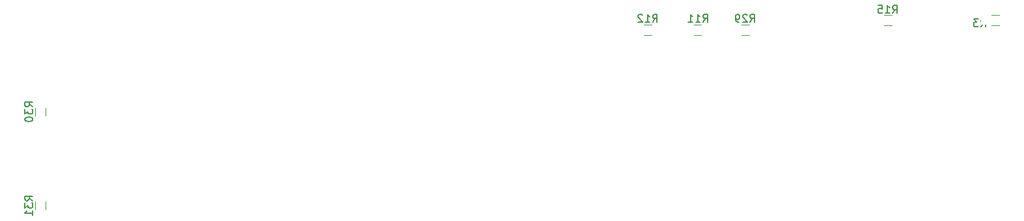
<source format=gbo>
G04 #@! TF.FileFunction,Legend,Bot*
%FSLAX46Y46*%
G04 Gerber Fmt 4.6, Leading zero omitted, Abs format (unit mm)*
G04 Created by KiCad (PCBNEW 4.0.7) date 01/04/18 13:19:04*
%MOMM*%
%LPD*%
G01*
G04 APERTURE LIST*
%ADD10C,0.100000*%
%ADD11C,0.120000*%
%ADD12C,0.150000*%
%ADD13C,1.300000*%
%ADD14C,2.432000*%
%ADD15C,3.448000*%
%ADD16R,1.300000X1.600000*%
%ADD17R,2.100000X2.100000*%
%ADD18O,2.100000X2.100000*%
%ADD19C,3.956000*%
%ADD20C,7.004000*%
%ADD21R,1.600000X1.300000*%
G04 APERTURE END LIST*
D10*
D11*
X56306000Y-47490000D02*
X56306000Y-46490000D01*
X54946000Y-46490000D02*
X54946000Y-47490000D01*
X56306000Y-59682000D02*
X56306000Y-58682000D01*
X54946000Y-58682000D02*
X54946000Y-59682000D01*
X180357400Y-34372000D02*
X179357400Y-34372000D01*
X179357400Y-35732000D02*
X180357400Y-35732000D01*
X141597000Y-35642000D02*
X140597000Y-35642000D01*
X140597000Y-37002000D02*
X141597000Y-37002000D01*
X134120000Y-37002000D02*
X135120000Y-37002000D01*
X135120000Y-35642000D02*
X134120000Y-35642000D01*
X166336600Y-34372000D02*
X165336600Y-34372000D01*
X165336600Y-35732000D02*
X166336600Y-35732000D01*
X147820000Y-35642000D02*
X146820000Y-35642000D01*
X146820000Y-37002000D02*
X147820000Y-37002000D01*
D12*
X54628381Y-46347143D02*
X54152190Y-46013809D01*
X54628381Y-45775714D02*
X53628381Y-45775714D01*
X53628381Y-46156667D01*
X53676000Y-46251905D01*
X53723619Y-46299524D01*
X53818857Y-46347143D01*
X53961714Y-46347143D01*
X54056952Y-46299524D01*
X54104571Y-46251905D01*
X54152190Y-46156667D01*
X54152190Y-45775714D01*
X53628381Y-46680476D02*
X53628381Y-47299524D01*
X54009333Y-46966190D01*
X54009333Y-47109048D01*
X54056952Y-47204286D01*
X54104571Y-47251905D01*
X54199810Y-47299524D01*
X54437905Y-47299524D01*
X54533143Y-47251905D01*
X54580762Y-47204286D01*
X54628381Y-47109048D01*
X54628381Y-46823333D01*
X54580762Y-46728095D01*
X54533143Y-46680476D01*
X53628381Y-47918571D02*
X53628381Y-48013810D01*
X53676000Y-48109048D01*
X53723619Y-48156667D01*
X53818857Y-48204286D01*
X54009333Y-48251905D01*
X54247429Y-48251905D01*
X54437905Y-48204286D01*
X54533143Y-48156667D01*
X54580762Y-48109048D01*
X54628381Y-48013810D01*
X54628381Y-47918571D01*
X54580762Y-47823333D01*
X54533143Y-47775714D01*
X54437905Y-47728095D01*
X54247429Y-47680476D01*
X54009333Y-47680476D01*
X53818857Y-47728095D01*
X53723619Y-47775714D01*
X53676000Y-47823333D01*
X53628381Y-47918571D01*
X54628381Y-58564543D02*
X54152190Y-58231209D01*
X54628381Y-57993114D02*
X53628381Y-57993114D01*
X53628381Y-58374067D01*
X53676000Y-58469305D01*
X53723619Y-58516924D01*
X53818857Y-58564543D01*
X53961714Y-58564543D01*
X54056952Y-58516924D01*
X54104571Y-58469305D01*
X54152190Y-58374067D01*
X54152190Y-57993114D01*
X53628381Y-58897876D02*
X53628381Y-59516924D01*
X54009333Y-59183590D01*
X54009333Y-59326448D01*
X54056952Y-59421686D01*
X54104571Y-59469305D01*
X54199810Y-59516924D01*
X54437905Y-59516924D01*
X54533143Y-59469305D01*
X54580762Y-59421686D01*
X54628381Y-59326448D01*
X54628381Y-59040733D01*
X54580762Y-58945495D01*
X54533143Y-58897876D01*
X54628381Y-60469305D02*
X54628381Y-59897876D01*
X54628381Y-60183590D02*
X53628381Y-60183590D01*
X53771238Y-60088352D01*
X53866476Y-59993114D01*
X53914095Y-59897876D01*
X177969386Y-35936181D02*
X178302720Y-35459990D01*
X178540815Y-35936181D02*
X178540815Y-34936181D01*
X178159862Y-34936181D01*
X178064624Y-34983800D01*
X178017005Y-35031419D01*
X177969386Y-35126657D01*
X177969386Y-35269514D01*
X178017005Y-35364752D01*
X178064624Y-35412371D01*
X178159862Y-35459990D01*
X178540815Y-35459990D01*
X177636053Y-34936181D02*
X177017005Y-34936181D01*
X177350339Y-35317133D01*
X177207481Y-35317133D01*
X177112243Y-35364752D01*
X177064624Y-35412371D01*
X177017005Y-35507610D01*
X177017005Y-35745705D01*
X177064624Y-35840943D01*
X177112243Y-35888562D01*
X177207481Y-35936181D01*
X177493196Y-35936181D01*
X177588434Y-35888562D01*
X177636053Y-35840943D01*
X141816057Y-35301181D02*
X142149391Y-34824990D01*
X142387486Y-35301181D02*
X142387486Y-34301181D01*
X142006533Y-34301181D01*
X141911295Y-34348800D01*
X141863676Y-34396419D01*
X141816057Y-34491657D01*
X141816057Y-34634514D01*
X141863676Y-34729752D01*
X141911295Y-34777371D01*
X142006533Y-34824990D01*
X142387486Y-34824990D01*
X140863676Y-35301181D02*
X141435105Y-35301181D01*
X141149391Y-35301181D02*
X141149391Y-34301181D01*
X141244629Y-34444038D01*
X141339867Y-34539276D01*
X141435105Y-34586895D01*
X139911295Y-35301181D02*
X140482724Y-35301181D01*
X140197010Y-35301181D02*
X140197010Y-34301181D01*
X140292248Y-34444038D01*
X140387486Y-34539276D01*
X140482724Y-34586895D01*
X135262857Y-35324381D02*
X135596191Y-34848190D01*
X135834286Y-35324381D02*
X135834286Y-34324381D01*
X135453333Y-34324381D01*
X135358095Y-34372000D01*
X135310476Y-34419619D01*
X135262857Y-34514857D01*
X135262857Y-34657714D01*
X135310476Y-34752952D01*
X135358095Y-34800571D01*
X135453333Y-34848190D01*
X135834286Y-34848190D01*
X134310476Y-35324381D02*
X134881905Y-35324381D01*
X134596191Y-35324381D02*
X134596191Y-34324381D01*
X134691429Y-34467238D01*
X134786667Y-34562476D01*
X134881905Y-34610095D01*
X133929524Y-34419619D02*
X133881905Y-34372000D01*
X133786667Y-34324381D01*
X133548571Y-34324381D01*
X133453333Y-34372000D01*
X133405714Y-34419619D01*
X133358095Y-34514857D01*
X133358095Y-34610095D01*
X133405714Y-34752952D01*
X133977143Y-35324381D01*
X133358095Y-35324381D01*
X166479457Y-34158181D02*
X166812791Y-33681990D01*
X167050886Y-34158181D02*
X167050886Y-33158181D01*
X166669933Y-33158181D01*
X166574695Y-33205800D01*
X166527076Y-33253419D01*
X166479457Y-33348657D01*
X166479457Y-33491514D01*
X166527076Y-33586752D01*
X166574695Y-33634371D01*
X166669933Y-33681990D01*
X167050886Y-33681990D01*
X165527076Y-34158181D02*
X166098505Y-34158181D01*
X165812791Y-34158181D02*
X165812791Y-33158181D01*
X165908029Y-33301038D01*
X166003267Y-33396276D01*
X166098505Y-33443895D01*
X164622314Y-33158181D02*
X165098505Y-33158181D01*
X165146124Y-33634371D01*
X165098505Y-33586752D01*
X165003267Y-33539133D01*
X164765171Y-33539133D01*
X164669933Y-33586752D01*
X164622314Y-33634371D01*
X164574695Y-33729610D01*
X164574695Y-33967705D01*
X164622314Y-34062943D01*
X164669933Y-34110562D01*
X164765171Y-34158181D01*
X165003267Y-34158181D01*
X165098505Y-34110562D01*
X165146124Y-34062943D01*
X147937457Y-35326581D02*
X148270791Y-34850390D01*
X148508886Y-35326581D02*
X148508886Y-34326581D01*
X148127933Y-34326581D01*
X148032695Y-34374200D01*
X147985076Y-34421819D01*
X147937457Y-34517057D01*
X147937457Y-34659914D01*
X147985076Y-34755152D01*
X148032695Y-34802771D01*
X148127933Y-34850390D01*
X148508886Y-34850390D01*
X147556505Y-34421819D02*
X147508886Y-34374200D01*
X147413648Y-34326581D01*
X147175552Y-34326581D01*
X147080314Y-34374200D01*
X147032695Y-34421819D01*
X146985076Y-34517057D01*
X146985076Y-34612295D01*
X147032695Y-34755152D01*
X147604124Y-35326581D01*
X146985076Y-35326581D01*
X146508886Y-35326581D02*
X146318410Y-35326581D01*
X146223171Y-35278962D01*
X146175552Y-35231343D01*
X146080314Y-35088486D01*
X146032695Y-34898010D01*
X146032695Y-34517057D01*
X146080314Y-34421819D01*
X146127933Y-34374200D01*
X146223171Y-34326581D01*
X146413648Y-34326581D01*
X146508886Y-34374200D01*
X146556505Y-34421819D01*
X146604124Y-34517057D01*
X146604124Y-34755152D01*
X146556505Y-34850390D01*
X146508886Y-34898010D01*
X146413648Y-34945629D01*
X146223171Y-34945629D01*
X146127933Y-34898010D01*
X146080314Y-34850390D01*
X146032695Y-34755152D01*
%LPC*%
D13*
X56334000Y-122996600D03*
X56334000Y-127396600D03*
D14*
X88392000Y-75438000D03*
X88392000Y-80518000D03*
X68072000Y-67818000D03*
X68072000Y-77978000D03*
X68072000Y-88138000D03*
X88392000Y-88138000D03*
D15*
X67564000Y-60706000D03*
D14*
X67564000Y-56896000D03*
X67564000Y-53086000D03*
X67564000Y-49276000D03*
D15*
X67564000Y-45466000D03*
D14*
X118364000Y-45466000D03*
X118364000Y-53086000D03*
X118364000Y-60706000D03*
X118364000Y-60706000D03*
X118364000Y-53086000D03*
X118364000Y-45466000D03*
D15*
X67564000Y-45466000D03*
D14*
X67564000Y-49276000D03*
X67564000Y-53086000D03*
X67564000Y-56896000D03*
D15*
X67564000Y-60706000D03*
D16*
X55626000Y-45890000D03*
X55626000Y-48090000D03*
X55626000Y-58082000D03*
X55626000Y-60282000D03*
D17*
X59944000Y-96520000D03*
D18*
X59944000Y-93980000D03*
D17*
X174142400Y-35433000D03*
D18*
X171602400Y-35433000D03*
D19*
X59436000Y-44196000D03*
X59436000Y-49326800D03*
X59436000Y-56388000D03*
X59436000Y-61518800D03*
D15*
X179034440Y-84769960D03*
X182438040Y-84769960D03*
X182438040Y-71307960D03*
X179034440Y-71307960D03*
X179158900Y-121475500D03*
X182562500Y-121475500D03*
X182562500Y-108013500D03*
X179158900Y-108013500D03*
D17*
X60134500Y-114935000D03*
D18*
X60134500Y-112395000D03*
D20*
X180517800Y-47472600D03*
X180517800Y-40309800D03*
D19*
X176560480Y-64759840D03*
X181691280Y-64759840D03*
X176974500Y-101854000D03*
X182105300Y-101854000D03*
D20*
X166608760Y-47619920D03*
X166608760Y-40457120D03*
X145262600Y-41656000D03*
X152425400Y-41656000D03*
X127228600Y-41656000D03*
X134391400Y-41656000D03*
D21*
X178757400Y-35052000D03*
X180957400Y-35052000D03*
X139997000Y-36322000D03*
X142197000Y-36322000D03*
X135720000Y-36322000D03*
X133520000Y-36322000D03*
X164736600Y-35052000D03*
X166936600Y-35052000D03*
X146220000Y-36322000D03*
X148420000Y-36322000D03*
M02*

</source>
